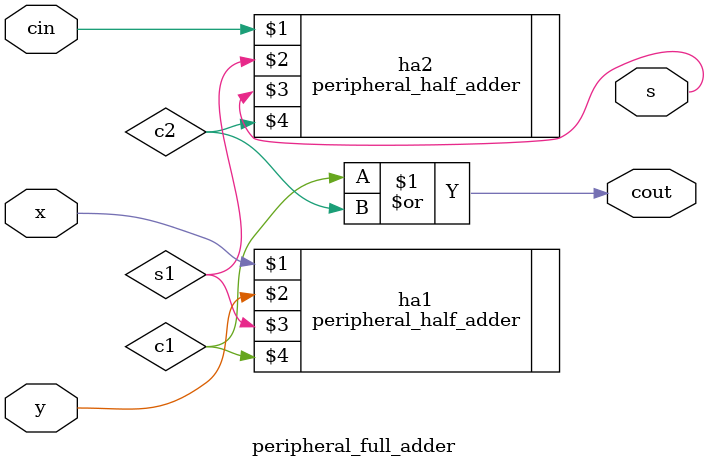
<source format=sv>
module peripheral_full_adder (
  input x,
  input y,
  input cin,

  output s,
  output cout
);

  wire s1, c1, c2;

  peripheral_half_adder ha1 (
    x,
    y,
    s1,
    c1
  );

  peripheral_half_adder ha2 (
    cin,
    s1,
    s,
    c2
  );

  or (cout, c1, c2);
endmodule

</source>
